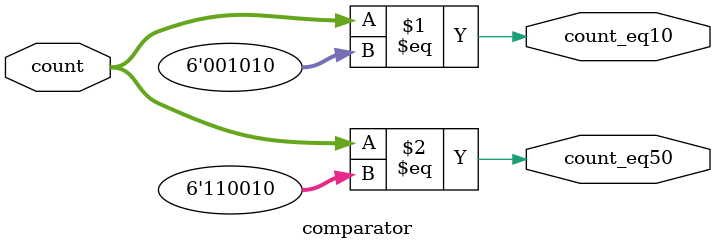
<source format=v>
module comparator(
    input wire [5:0] count,
    output wire count_eq10, count_eq50);

        assign count_eq10 = count == 10;
        assign count_eq50 = count == 50;
endmodule
</source>
